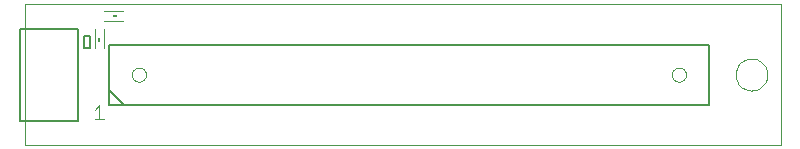
<source format=gto>
G75*
%MOIN*%
%OFA0B0*%
%FSLAX24Y24*%
%IPPOS*%
%LPD*%
%AMOC8*
5,1,8,0,0,1.08239X$1,22.5*
%
%ADD10C,0.0000*%
%ADD11C,0.0050*%
%ADD12C,0.0028*%
%ADD13R,0.0079X0.0157*%
%ADD14C,0.0040*%
%ADD15R,0.0157X0.0079*%
D10*
X000528Y013628D02*
X025725Y013628D01*
X025725Y018352D01*
X000528Y018352D01*
X000528Y013628D01*
X004087Y015990D02*
X004089Y016020D01*
X004095Y016050D01*
X004104Y016079D01*
X004117Y016106D01*
X004134Y016131D01*
X004153Y016154D01*
X004176Y016175D01*
X004201Y016192D01*
X004227Y016206D01*
X004256Y016216D01*
X004285Y016223D01*
X004315Y016226D01*
X004346Y016225D01*
X004376Y016220D01*
X004405Y016211D01*
X004432Y016199D01*
X004458Y016184D01*
X004482Y016165D01*
X004503Y016143D01*
X004521Y016119D01*
X004536Y016092D01*
X004547Y016064D01*
X004555Y016035D01*
X004559Y016005D01*
X004559Y015975D01*
X004555Y015945D01*
X004547Y015916D01*
X004536Y015888D01*
X004521Y015861D01*
X004503Y015837D01*
X004482Y015815D01*
X004458Y015796D01*
X004432Y015781D01*
X004405Y015769D01*
X004376Y015760D01*
X004346Y015755D01*
X004315Y015754D01*
X004285Y015757D01*
X004256Y015764D01*
X004227Y015774D01*
X004201Y015788D01*
X004176Y015805D01*
X004153Y015826D01*
X004134Y015849D01*
X004117Y015874D01*
X004104Y015901D01*
X004095Y015930D01*
X004089Y015960D01*
X004087Y015990D01*
X022087Y015990D02*
X022089Y016020D01*
X022095Y016050D01*
X022104Y016079D01*
X022117Y016106D01*
X022134Y016131D01*
X022153Y016154D01*
X022176Y016175D01*
X022201Y016192D01*
X022227Y016206D01*
X022256Y016216D01*
X022285Y016223D01*
X022315Y016226D01*
X022346Y016225D01*
X022376Y016220D01*
X022405Y016211D01*
X022432Y016199D01*
X022458Y016184D01*
X022482Y016165D01*
X022503Y016143D01*
X022521Y016119D01*
X022536Y016092D01*
X022547Y016064D01*
X022555Y016035D01*
X022559Y016005D01*
X022559Y015975D01*
X022555Y015945D01*
X022547Y015916D01*
X022536Y015888D01*
X022521Y015861D01*
X022503Y015837D01*
X022482Y015815D01*
X022458Y015796D01*
X022432Y015781D01*
X022405Y015769D01*
X022376Y015760D01*
X022346Y015755D01*
X022315Y015754D01*
X022285Y015757D01*
X022256Y015764D01*
X022227Y015774D01*
X022201Y015788D01*
X022176Y015805D01*
X022153Y015826D01*
X022134Y015849D01*
X022117Y015874D01*
X022104Y015901D01*
X022095Y015930D01*
X022089Y015960D01*
X022087Y015990D01*
X024210Y015990D02*
X024212Y016036D01*
X024218Y016081D01*
X024228Y016126D01*
X024241Y016169D01*
X024258Y016212D01*
X024279Y016252D01*
X024303Y016291D01*
X024331Y016327D01*
X024362Y016361D01*
X024395Y016393D01*
X024431Y016421D01*
X024469Y016446D01*
X024509Y016468D01*
X024551Y016486D01*
X024594Y016500D01*
X024639Y016511D01*
X024684Y016518D01*
X024730Y016521D01*
X024775Y016520D01*
X024821Y016515D01*
X024866Y016506D01*
X024909Y016494D01*
X024952Y016477D01*
X024993Y016457D01*
X025032Y016434D01*
X025070Y016407D01*
X025104Y016377D01*
X025136Y016345D01*
X025165Y016309D01*
X025191Y016272D01*
X025214Y016232D01*
X025233Y016191D01*
X025248Y016148D01*
X025260Y016103D01*
X025268Y016058D01*
X025272Y016013D01*
X025272Y015967D01*
X025268Y015922D01*
X025260Y015877D01*
X025248Y015832D01*
X025233Y015789D01*
X025214Y015748D01*
X025191Y015708D01*
X025165Y015671D01*
X025136Y015635D01*
X025104Y015603D01*
X025070Y015573D01*
X025032Y015546D01*
X024993Y015523D01*
X024952Y015503D01*
X024909Y015486D01*
X024866Y015474D01*
X024821Y015465D01*
X024775Y015460D01*
X024730Y015459D01*
X024684Y015462D01*
X024639Y015469D01*
X024594Y015480D01*
X024551Y015494D01*
X024509Y015512D01*
X024469Y015534D01*
X024431Y015559D01*
X024395Y015587D01*
X024362Y015619D01*
X024331Y015653D01*
X024303Y015689D01*
X024279Y015728D01*
X024258Y015768D01*
X024241Y015811D01*
X024228Y015854D01*
X024218Y015899D01*
X024212Y015944D01*
X024210Y015990D01*
D11*
X023323Y014990D02*
X023323Y016990D01*
X003323Y016990D01*
X003323Y015490D01*
X003823Y014990D01*
X003323Y014990D01*
X003323Y015490D01*
X003823Y014990D02*
X023323Y014990D01*
X002682Y016873D02*
X002485Y016873D01*
X002485Y017267D01*
X002682Y017267D01*
X002682Y016873D01*
X002280Y017526D02*
X000351Y017526D01*
X000351Y014455D01*
X002280Y014455D01*
X002280Y017526D01*
D12*
X002846Y017505D02*
X002846Y016875D01*
X003161Y016875D02*
X003161Y017505D01*
X003158Y017783D02*
X003788Y017783D01*
X003788Y018098D02*
X003158Y018098D01*
D13*
X003003Y017151D03*
D14*
X002997Y014971D02*
X002997Y014510D01*
X003150Y014510D02*
X002843Y014510D01*
X002843Y014817D02*
X002997Y014971D01*
D15*
X003513Y017940D03*
M02*

</source>
